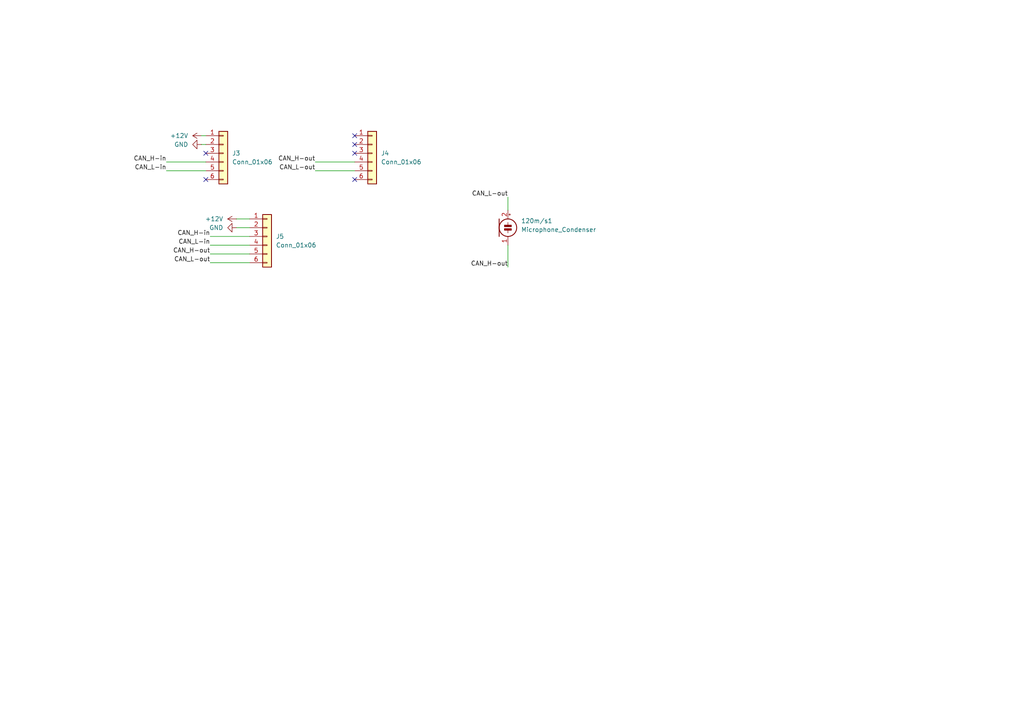
<source format=kicad_sch>
(kicad_sch (version 20250114) (generator "eeschema") (generator_version "9.0")
  (paper "A4")
  (lib_symbols
    (symbol "Connector_Generic:Conn_01x06" (pin_names (offset 1.016) (hide yes))
      (property "Reference" "J" (at 0 7.62 0))
      (property "Value" "Conn_01x06" (at 0 -10.16 0))
      (symbol "Conn_01x06_1_1"
        (rectangle (start -1.27 6.35) (end 1.27 -8.89) (stroke (width 0.254)) (fill (type background)))
        (rectangle (start -1.27 5.207) (end 0 4.953) (stroke (width 0.1524)))
        (rectangle (start -1.27 2.667) (end 0 2.413) (stroke (width 0.1524)))
        (rectangle (start -1.27 0.127) (end 0 -0.127) (stroke (width 0.1524)))
        (rectangle (start -1.27 -2.413) (end 0 -2.667) (stroke (width 0.1524)))
        (rectangle (start -1.27 -4.953) (end 0 -5.207) (stroke (width 0.1524)))
        (rectangle (start -1.27 -7.493) (end 0 -7.747) (stroke (width 0.1524)))
        (pin passive line (at -5.08 5.08 0) (length 3.81) (name "Pin_1") (number "1"))
        (pin passive line (at -5.08 2.54 0) (length 3.81) (name "Pin_2") (number "2"))
        (pin passive line (at -5.08 0 0) (length 3.81) (name "Pin_3") (number "3"))
        (pin passive line (at -5.08 -2.54 0) (length 3.81) (name "Pin_4") (number "4"))
        (pin passive line (at -5.08 -5.08 0) (length 3.81) (name "Pin_5") (number "5"))
        (pin passive line (at -5.08 -7.62 0) (length 3.81) (name "Pin_6") (number "6"))
      )
    )
    (symbol "Device:Microphone_Condenser" (pin_names (offset 0.0254) (hide yes))
      (property "Reference" "MK" (at -3.302 1.27 0))
      (property "Value" "Microphone_Condenser" (at -3.302 -0.635 0))
      (symbol "Microphone_Condenser_0_1"
        (polyline (pts (xy -2.54 2.54) (xy -2.54 -2.54)) (stroke (width 0.254)))
        (polyline (pts (xy 0 0.762) (xy 0 1.524)))
        (circle (center 0 0) (radius 2.54) (stroke (width 0.254)))
        (polyline (pts (xy 0 -0.762) (xy 0 -1.524)))
        (polyline (pts (xy 0.254 3.81) (xy 0.762 3.81)))
        (polyline (pts (xy 0.508 4.064) (xy 0.508 3.556)))
        (rectangle (start 1.016 0.762) (end -1.016 0.254) (fill (type outline)))
        (rectangle (start 1.016 -0.254) (end -1.016 -0.762) (fill (type outline)))
      )
      (symbol "Microphone_Condenser_1_1"
        (pin passive line (at 0 5.08 270) (length 2.54) (name "+") (number "2"))
        (pin passive line (at 0 -5.08 90) (length 2.54) (name "-") (number "1"))
      )
    )
    (symbol "power:+12V" (power) (pin_numbers (hide yes)) (pin_names (offset 0) (hide yes))
      (property "Value" "+12V" (at 0 3.556 0))
      (symbol "+12V_0_1"
        (polyline (pts (xy -0.762 1.27) (xy 0 2.54)))
        (polyline (pts (xy 0 2.54) (xy 0.762 1.27)))
        (polyline (pts (xy 0 0) (xy 0 2.54)))
      )
      (symbol "+12V_1_1"
        (pin power_in line (at 0 0 90) (length 0) (name "~") (number "1"))
      )
    )
    (symbol "power:GND1" (power) (pin_numbers (hide yes)) (pin_names (offset 0) (hide yes))
      (property "Value" "GND1" (at 0 -3.81 0))
      (symbol "GND1_0_1"
        (polyline (pts (xy 0 0) (xy 0 -1.27) (xy 1.27 -1.27) (xy 0 -2.54) (xy -1.27 -1.27) (xy 0 -1.27)))
      )
      (symbol "GND1_1_1"
        (pin power_in line (at 0 0 270) (length 0) (name "~") (number "1"))
      )
    )
  )
  (no_connect (at 102.87 39.37))
  (no_connect (at 102.87 41.91))
  (no_connect (at 102.87 52.07))
  (no_connect (at 59.69 44.45))
  (no_connect (at 59.69 52.07))
  (no_connect (at 102.87 44.45))
  (wire (pts (xy 91.44 49.53) (xy 102.87 49.53)))
  (wire (pts (xy 68.58 63.5) (xy 72.39 63.5)))
  (wire (pts (xy 60.96 68.58) (xy 72.39 68.58)))
  (wire (pts (xy 60.96 76.2) (xy 72.39 76.2)))
  (wire (pts (xy 68.58 66.04) (xy 72.39 66.04)))
  (wire (pts (xy 91.44 46.99) (xy 102.87 46.99)))
  (wire (pts (xy 58.42 39.37) (xy 59.69 39.37)))
  (wire (pts (xy 60.96 73.66) (xy 72.39 73.66)))
  (wire (pts (xy 147.32 71.12) (xy 147.32 77.47)))
  (wire (pts (xy 60.96 71.12) (xy 72.39 71.12)))
  (wire (pts (xy 147.32 57.15) (xy 147.32 60.96)))
  (wire (pts (xy 48.26 46.99) (xy 59.69 46.99)))
  (wire (pts (xy 48.26 49.53) (xy 59.69 49.53)))
  (wire (pts (xy 58.42 41.91) (xy 59.69 41.91)))
  (label "CAN_L-out" (at 91.44 49.53 180))
  (label "CAN_H-out" (at 60.96 73.66 180))
  (label "CAN_L-out" (at 60.96 76.2 180))
  (label "CAN_H-out" (at 91.44 46.99 180))
  (label "CAN_H-out" (at 147.32 77.47 180))
  (label "CAN_H-in" (at 60.96 68.58 180))
  (label "CAN_L-out" (at 147.32 57.15 180))
  (label "CAN_H-in" (at 48.26 46.99 180))
  (label "CAN_L-in" (at 48.26 49.53 180))
  (label "CAN_L-in" (at 60.96 71.12 180))
  (symbol (lib_id "power:GND1") (at 68.58 66.04 270) (unit 1)
    (property "Reference" "#PWR014" (effects (hide yes)))
    (property "Value" "GND" (at 64.77 66.0399 90) (effects (justify right)))
    (property "Description" "Power symbol creates a global label with name \"GND1\" , ground" (effects (hide yes)))
  )
  (symbol (lib_id "power:GND1") (at 58.42 41.91 270) (unit 1)
    (property "Reference" "#PWR010" (effects (hide yes)))
    (property "Value" "GND" (at 54.61 41.9099 90) (effects (justify right)))
    (property "Description" "Power symbol creates a global label with name \"GND1\" , ground" (effects (hide yes)))
  )
  (symbol (lib_id "Connector_Generic:Conn_01x06") (at 77.47 68.58 0) (unit 1)
    (property "Reference" "J5" (at 80.01 68.5799 0) (effects (justify left)))
    (property "Value" "Conn_01x06" (at 80.01 71.1199 0) (effects (justify left)))
    (property "Footprint" "UTSVT_Connectors:Molex_Microfit3.0_02x03_6-Pin-Vertical-PCB-Receptacle_447690601" (effects (hide yes)))
    (property "Description" "Generic connector, single row, 01x06, script generated (kicad-library-utils/schlib/autogen/connector/)" (effects (hide yes)))
  )
  (symbol (lib_id "Connector_Generic:Conn_01x06") (at 64.77 44.45 0) (unit 1)
    (property "Reference" "J3" (at 67.31 44.4499 0) (effects (justify left)))
    (property "Value" "Conn_01x06" (at 67.31 46.9899 0) (effects (justify left)))
    (property "Footprint" "UTSVT_Connectors:Molex_Microfit3.0_02x03_6-Pin-Vertical-PCB-Receptacle_447690601" (effects (hide yes)))
    (property "Description" "Generic connector, single row, 01x06, script generated (kicad-library-utils/schlib/autogen/connector/)" (effects (hide yes)))
  )
  (symbol (lib_id "Device:Microphone_Condenser") (at 147.32 66.04 0) (unit 1)
    (property "Reference" "120m/s1" (at 151.13 64.0714 0) (effects (justify left)))
    (property "Value" "Microphone_Condenser" (at 151.13 66.6114 0) (effects (justify left)))
    (property "Footprint" "Resistor_SMD:R_0603_1608Metric" (effects (hide yes)))
    (property "Description" "Condenser microphone" (effects (hide yes)))
  )
  (symbol (lib_id "power:+12V") (at 68.58 63.5 90) (unit 1)
    (property "Reference" "#PWR013" (effects (hide yes)))
    (property "Value" "+12V" (at 64.77 63.4999 90) (effects (justify left)))
    (property "Description" "Power symbol creates a global label with name \"+12V\"" (effects (hide yes)))
  )
  (symbol (lib_id "power:+12V") (at 58.42 39.37 90) (unit 1)
    (property "Reference" "#PWR09" (effects (hide yes)))
    (property "Value" "+12V" (at 54.61 39.3699 90) (effects (justify left)))
    (property "Description" "Power symbol creates a global label with name \"+12V\"" (effects (hide yes)))
  )
  (symbol (lib_id "Connector_Generic:Conn_01x06") (at 107.95 44.45 0) (unit 1)
    (property "Reference" "J4" (at 110.49 44.4499 0) (effects (justify left)))
    (property "Value" "Conn_01x06" (at 110.49 46.9899 0) (effects (justify left)))
    (property "Footprint" "UTSVT_Connectors:Molex_Microfit3.0_02x03_6-Pin-Vertical-PCB-Receptacle_447690601" (effects (hide yes)))
    (property "Description" "Generic connector, single row, 01x06, script generated (kicad-library-utils/schlib/autogen/connector/)" (effects (hide yes)))
  )
)
</source>
